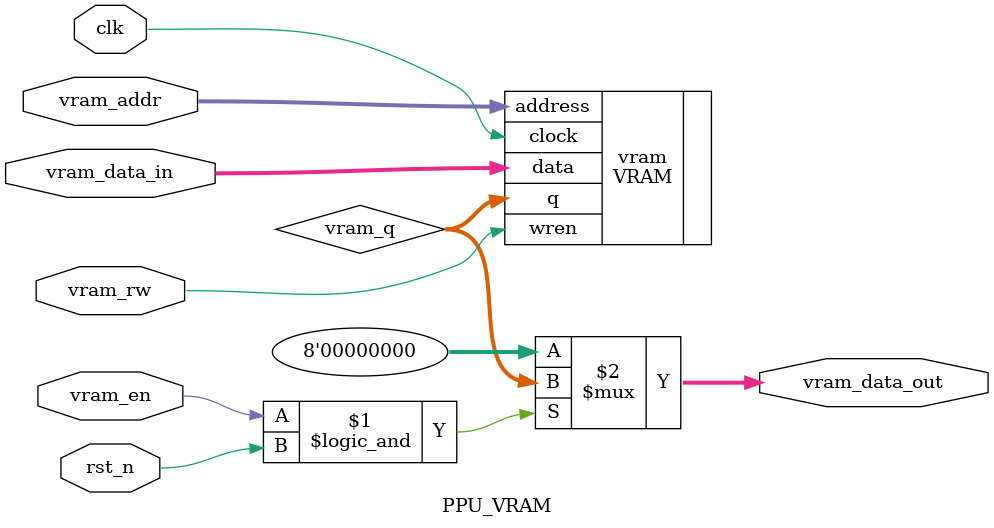
<source format=sv>
/*
 * This is the PPU VRAM interface. This module instantiates an ALTERA 1-port RAM IP core, and then creates
 * the create timing for the PPU spec.
 *
 * Eric Sullivan
 * ECE 554
 * UW-Madison Spring 2017
 */

module PPU_VRAM (
    input clk, // PPU system clock
    input rst_n, // active low reset signal
    input [10:0] vram_addr, // Address from VRAM to read to or write from
    input [7:0] vram_data_in, // The data to write to VRAM
    input vram_en, // The VRAM enable signal
    input vram_rw, // Selects if the current op is a read or write
    output [7:0] vram_data_out // The data that was read from VRAM on a read
	);

	wire [7:0] vram_q;
	
	VRAM vram(
		.address(vram_addr),
		.clock(clk),
		.data(vram_data_in),
		.wren(vram_rw),
		.q(vram_q)
	);
	
	assign vram_data_out = (vram_en && rst_n) ? vram_q : 8'h00;

endmodule
</source>
